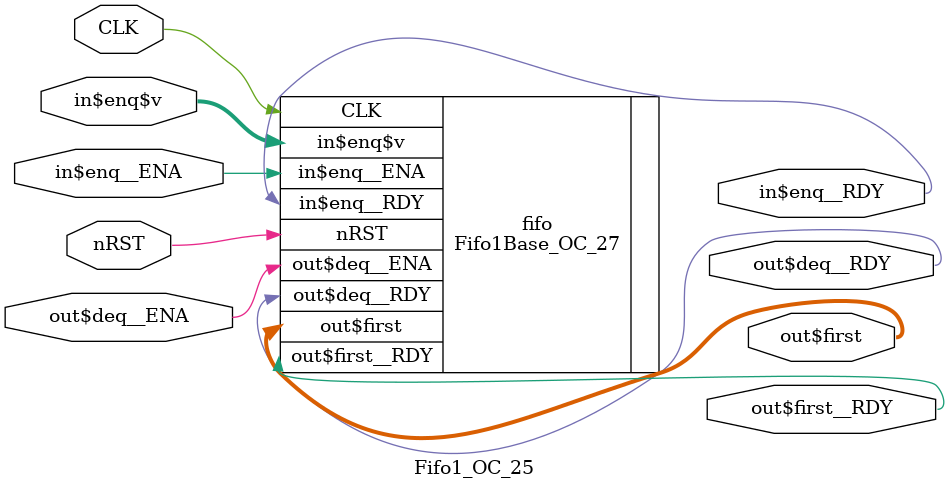
<source format=v>
`include "zynqTop.generated.vh"

`default_nettype none
module Fifo1_OC_25 (input wire CLK, input wire nRST,
    input wire in$enq__ENA,
    input wire [15:0]in$enq$v,
    output wire in$enq__RDY,
    input wire out$deq__ENA,
    output wire out$deq__RDY,
    output wire [15:0]out$first,
    output wire out$first__RDY);
    Fifo1Base_OC_27 fifo (.CLK(CLK), .nRST(nRST),
        .in$enq__ENA(in$enq__ENA),
        .in$enq$v(in$enq$v),
        .in$enq__RDY(in$enq__RDY),
        .out$deq__ENA(out$deq__ENA),
        .out$deq__RDY(out$deq__RDY),
        .out$first(out$first),
        .out$first__RDY(out$first__RDY));
endmodule 

`default_nettype wire    // set back to default value

</source>
